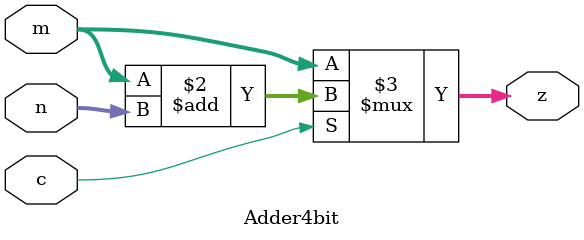
<source format=v>
`timescale 1ns / 1ps
module Adder4bit(m, n, c, z);
    input [3:0] m;
    input [3:0] n;
    input c;
    output [3:0] z;
	 assign z = (c == 1) ? m + n : m;

endmodule

</source>
